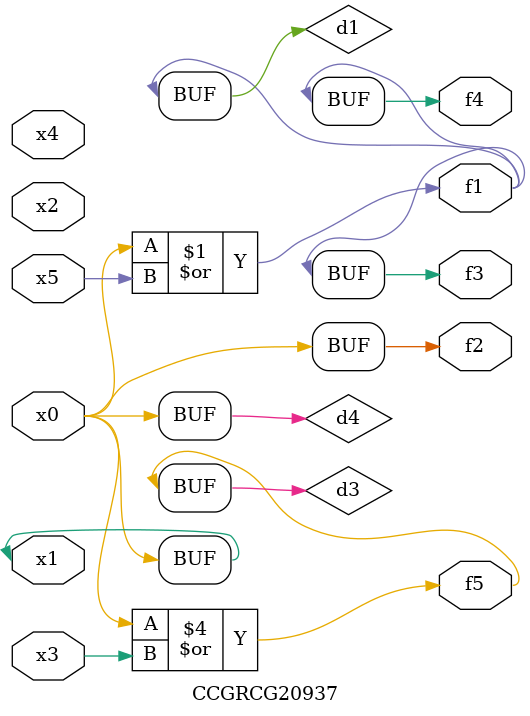
<source format=v>
module CCGRCG20937(
	input x0, x1, x2, x3, x4, x5,
	output f1, f2, f3, f4, f5
);

	wire d1, d2, d3, d4;

	or (d1, x0, x5);
	xnor (d2, x1, x4);
	or (d3, x0, x3);
	buf (d4, x0, x1);
	assign f1 = d1;
	assign f2 = d4;
	assign f3 = d1;
	assign f4 = d1;
	assign f5 = d3;
endmodule

</source>
